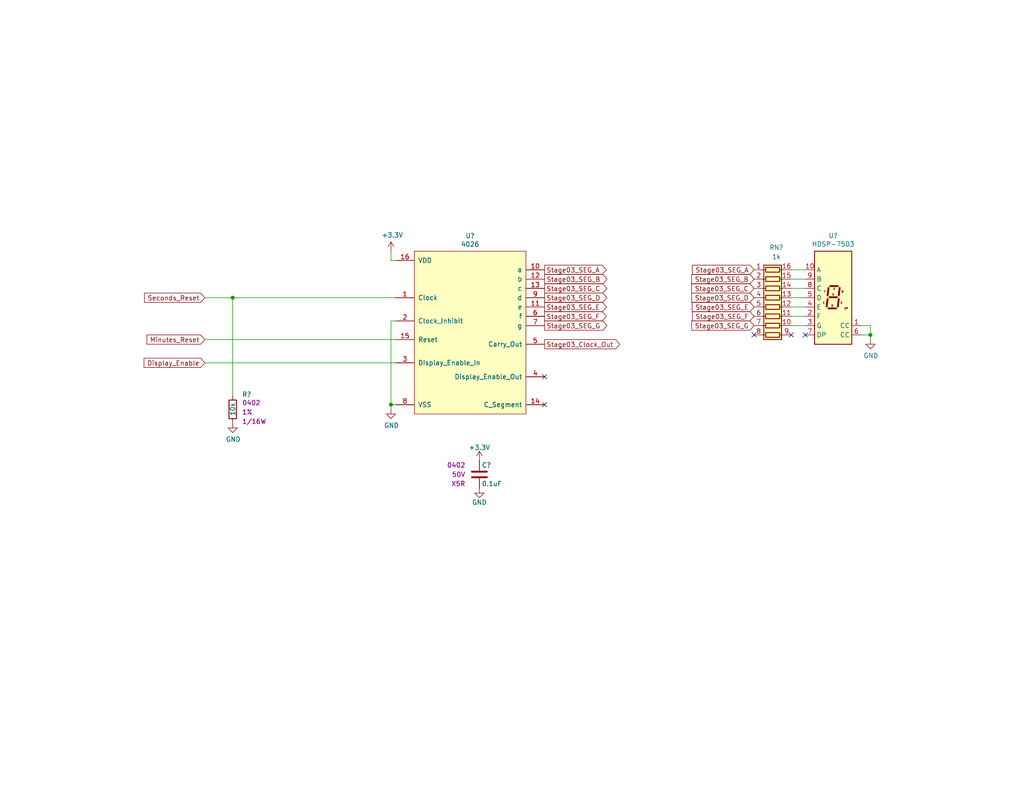
<source format=kicad_sch>
(kicad_sch (version 20230121) (generator eeschema)
  (paper "A")
  (title_block (title "Stopwatch") (date "2024-01-11") (rev "A") (company "Drew Maatman"))
  (lib_symbols
    (symbol "Custom_Library:4026" (pin_names (offset 1.016))
      (property "Reference" "U" (at 30.48 -43.18 0))
      (property "Value" "4026" (at 20.32 3.81 0))
      (symbol "4026_0_1"
        (rectangle (start 5.08 2.54) (end 35.56 -41.91) (fill (type background)))
      )
      (symbol "4026_1_1"
        (pin input line (at 0 -10.16 0) (length 5.08) (name "Clock") (number "1"))
        (pin output line (at 40.64 -2.54 180) (length 5.08) (name "a") (number "10"))
        (pin output line (at 40.64 -12.7 180) (length 5.08) (name "e") (number "11"))
        (pin output line (at 40.64 -5.08 180) (length 5.08) (name "b") (number "12"))
        (pin output line (at 40.64 -7.62 180) (length 5.08) (name "c") (number "13"))
        (pin output line (at 40.64 -39.37 180) (length 5.08) (name "C_Segment") (number "14"))
        (pin input line (at 0 -21.59 0) (length 5.08) (name "Reset") (number "15"))
        (pin power_in line (at 0 0 0) (length 5.08) (name "VDD") (number "16"))
        (pin input line (at 0 -16.51 0) (length 5.08) (name "Clock_Inhibit") (number "2"))
        (pin input line (at 0 -27.94 0) (length 5.08) (name "Display_Enable_In") (number "3"))
        (pin output line (at 40.64 -31.75 180) (length 5.08) (name "Display_Enable_Out") (number "4"))
        (pin output line (at 40.64 -22.86 180) (length 5.08) (name "Carry_Out") (number "5"))
        (pin output line (at 40.64 -15.24 180) (length 5.08) (name "f") (number "6"))
        (pin output line (at 40.64 -17.78 180) (length 5.08) (name "g") (number "7"))
        (pin power_in line (at 0 -39.37 0) (length 5.08) (name "VSS") (number "8"))
        (pin output line (at 40.64 -10.16 180) (length 5.08) (name "d") (number "9"))
      )
    )
    (symbol "Custom_Library:C_Custom" (pin_numbers hide) (pin_names (offset 0.254))
      (property "Reference" "C" (at 0.635 2.54 0))
      (property "Value" "C_Custom" (at 0.635 -2.54 0))
      (property "display_footprint" "Foot" (at -3.81 2.54 0))
      (property "Voltage" "V" (at -3.81 0 0))
      (property "Dielectric" "Er" (at -3.81 -2.54 0))
      (symbol "C_Custom_0_1"
        (polyline (pts (xy -2.032 -0.762) (xy 2.032 -0.762)) (stroke (width 0.508)))
        (polyline (pts (xy -2.032 0.762) (xy 2.032 0.762)) (stroke (width 0.508)))
      )
      (symbol "C_Custom_1_1"
        (pin passive line (at 0 3.81 270) (length 2.794) (name "~") (number "1"))
        (pin passive line (at 0 -3.81 90) (length 2.794) (name "~") (number "2"))
      )
    )
    (symbol "Custom_Library:R_Custom" (pin_numbers hide) (pin_names (offset 1.016) hide)
      (property "Reference" "R" (at -2.54 0 90))
      (property "Value" "R_Custom" (at 0 0 90))
      (property "display_footprint" "Foot" (at 2.54 0 90))
      (property "Tolerance" "Tol" (at 5.08 0 90))
      (property "Wattage" "W" (at 7.62 0 90))
      (symbol "R_Custom_0_1"
        (rectangle (start 1.016 2.54) (end -1.016 -2.54) (stroke (width 0.254)))
      )
      (symbol "R_Custom_1_1"
        (pin passive line (at 0 3.81 270) (length 1.27) (name "1") (number "1"))
        (pin passive line (at 0 -3.81 90) (length 1.27) (name "2") (number "2"))
      )
    )
    (symbol "Device:R_Pack08" (pin_names (offset 0) hide)
      (property "Reference" "RN" (at -12.7 0 90))
      (property "Value" "R_Pack08" (at 10.16 0 90))
      (symbol "R_Pack08_0_1"
        (rectangle (start -11.43 -2.413) (end 8.89 2.413) (stroke (width 0.254)) (fill (type background)))
        (rectangle (start -10.795 1.905) (end -9.525 -1.905) (stroke (width 0.254)))
        (rectangle (start -8.255 1.905) (end -6.985 -1.905) (stroke (width 0.254)))
        (rectangle (start -5.715 1.905) (end -4.445 -1.905) (stroke (width 0.254)))
        (rectangle (start -3.175 1.905) (end -1.905 -1.905) (stroke (width 0.254)))
        (rectangle (start -0.635 1.905) (end 0.635 -1.905) (stroke (width 0.254)))
        (polyline (pts (xy -10.16 -2.54) (xy -10.16 -1.905)))
        (polyline (pts (xy -10.16 1.905) (xy -10.16 2.54)))
        (polyline (pts (xy -7.62 -2.54) (xy -7.62 -1.905)))
        (polyline (pts (xy -7.62 1.905) (xy -7.62 2.54)))
        (polyline (pts (xy -5.08 -2.54) (xy -5.08 -1.905)))
        (polyline (pts (xy -5.08 1.905) (xy -5.08 2.54)))
        (polyline (pts (xy -2.54 -2.54) (xy -2.54 -1.905)))
        (polyline (pts (xy -2.54 1.905) (xy -2.54 2.54)))
        (polyline (pts (xy 0 -2.54) (xy 0 -1.905)))
        (polyline (pts (xy 0 1.905) (xy 0 2.54)))
        (polyline (pts (xy 2.54 -2.54) (xy 2.54 -1.905)))
        (polyline (pts (xy 2.54 1.905) (xy 2.54 2.54)))
        (polyline (pts (xy 5.08 -2.54) (xy 5.08 -1.905)))
        (polyline (pts (xy 5.08 1.905) (xy 5.08 2.54)))
        (polyline (pts (xy 7.62 -2.54) (xy 7.62 -1.905)))
        (polyline (pts (xy 7.62 1.905) (xy 7.62 2.54)))
        (rectangle (start 1.905 1.905) (end 3.175 -1.905) (stroke (width 0.254)))
        (rectangle (start 4.445 1.905) (end 5.715 -1.905) (stroke (width 0.254)))
        (rectangle (start 6.985 1.905) (end 8.255 -1.905) (stroke (width 0.254)))
      )
      (symbol "R_Pack08_1_1"
        (pin passive line (at -10.16 -5.08 90) (length 2.54) (name "R1.1") (number "1"))
        (pin passive line (at 5.08 5.08 270) (length 2.54) (name "R7.2") (number "10"))
        (pin passive line (at 2.54 5.08 270) (length 2.54) (name "R6.2") (number "11"))
        (pin passive line (at 0 5.08 270) (length 2.54) (name "R5.2") (number "12"))
        (pin passive line (at -2.54 5.08 270) (length 2.54) (name "R4.2") (number "13"))
        (pin passive line (at -5.08 5.08 270) (length 2.54) (name "R3.2") (number "14"))
        (pin passive line (at -7.62 5.08 270) (length 2.54) (name "R2.2") (number "15"))
        (pin passive line (at -10.16 5.08 270) (length 2.54) (name "R1.2") (number "16"))
        (pin passive line (at -7.62 -5.08 90) (length 2.54) (name "R2.1") (number "2"))
        (pin passive line (at -5.08 -5.08 90) (length 2.54) (name "R3.1") (number "3"))
        (pin passive line (at -2.54 -5.08 90) (length 2.54) (name "R4.1") (number "4"))
        (pin passive line (at 0 -5.08 90) (length 2.54) (name "R5.1") (number "5"))
        (pin passive line (at 2.54 -5.08 90) (length 2.54) (name "R6.1") (number "6"))
        (pin passive line (at 5.08 -5.08 90) (length 2.54) (name "R7.1") (number "7"))
        (pin passive line (at 7.62 -5.08 90) (length 2.54) (name "R8.1") (number "8"))
        (pin passive line (at 7.62 5.08 270) (length 2.54) (name "R8.2") (number "9"))
      )
    )
    (symbol "Display_Character:HDSP-7503"
      (property "Reference" "U" (at -3.81 13.97 0))
      (property "Value" "HDSP-7503" (at 6.35 13.97 0))
      (symbol "HDSP-7503_1_0"
        (text "A" (at 0.254 2.413 0) (effects (font (size 0.508 0.508))))
        (text "B" (at 2.54 1.651 0) (effects (font (size 0.508 0.508))))
        (text "C" (at 2.286 -1.397 0) (effects (font (size 0.508 0.508))))
        (text "D" (at -0.254 -2.159 0) (effects (font (size 0.508 0.508))))
        (text "DP" (at 3.556 -2.921 0) (effects (font (size 0.508 0.508))))
        (text "E" (at -2.54 -1.397 0) (effects (font (size 0.508 0.508))))
        (text "F" (at -2.286 1.651 0) (effects (font (size 0.508 0.508))))
        (text "G" (at 0 0.889 0) (effects (font (size 0.508 0.508))))
      )
      (symbol "HDSP-7503_1_1"
        (rectangle (start -5.08 12.7) (end 5.08 -12.7) (stroke (width 0.254)) (fill (type background)))
        (polyline (pts (xy -1.524 -0.381) (xy -1.778 -2.413)) (stroke (width 0.508)))
        (polyline (pts (xy -1.27 -2.921) (xy 0.762 -2.921)) (stroke (width 0.508)))
        (polyline (pts (xy -1.27 2.667) (xy -1.524 0.635)) (stroke (width 0.508)))
        (polyline (pts (xy -1.016 0.127) (xy 1.016 0.127)) (stroke (width 0.508)))
        (polyline (pts (xy -0.762 3.175) (xy 1.27 3.175)) (stroke (width 0.508)))
        (polyline (pts (xy 1.524 -0.381) (xy 1.27 -2.413)) (stroke (width 0.508)))
        (polyline (pts (xy 1.778 2.667) (xy 1.524 0.635)) (stroke (width 0.508)))
        (polyline (pts (xy 2.54 -2.921) (xy 2.54 -2.921)) (stroke (width 0.508)))
        (pin input line (at 7.62 -7.62 180) (length 2.54) (name "CC") (number "1"))
        (pin input line (at -7.62 7.62 0) (length 2.54) (name "A") (number "10"))
        (pin input line (at -7.62 -5.08 0) (length 2.54) (name "F") (number "2"))
        (pin input line (at -7.62 -7.62 0) (length 2.54) (name "G") (number "3"))
        (pin input line (at -7.62 -2.54 0) (length 2.54) (name "E") (number "4"))
        (pin input line (at -7.62 0 0) (length 2.54) (name "D") (number "5"))
        (pin input line (at 7.62 -10.16 180) (length 2.54) (name "CC") (number "6"))
        (pin input line (at -7.62 -10.16 0) (length 2.54) (name "DP") (number "7"))
        (pin input line (at -7.62 2.54 0) (length 2.54) (name "C") (number "8"))
        (pin input line (at -7.62 5.08 0) (length 2.54) (name "B") (number "9"))
      )
    )
    (symbol "power:+3.3V" (power) (pin_names (offset 0))
      (property "Value" "+3.3V" (at 0 3.556 0))
      (symbol "+3.3V_0_1"
        (polyline (pts (xy -0.762 1.27) (xy 0 2.54)))
        (polyline (pts (xy 0 0) (xy 0 2.54)))
        (polyline (pts (xy 0 2.54) (xy 0.762 1.27)))
      )
      (symbol "+3.3V_1_1"
        (pin power_in line (at 0 0 90) (length 0) hide (name "+3.3V") (number "1"))
      )
    )
    (symbol "power:GND" (power) (pin_names (offset 0))
      (property "Value" "GND" (at 0 -3.81 0))
      (symbol "GND_0_1"
        (polyline (pts (xy 0 0) (xy 0 -1.27) (xy 1.27 -1.27) (xy 0 -2.54) (xy -1.27 -1.27) (xy 0 -1.27)))
      )
      (symbol "GND_1_1"
        (pin power_in line (at 0 0 270) (length 0) hide (name "GND") (number "1"))
      )
    )
  )
  (junction (at 63.5 81.28))
  (junction (at 237.49 91.44))
  (junction (at 106.68 110.49))
  (no_connect (at 215.9 91.44))
  (no_connect (at 219.71 91.44))
  (no_connect (at 148.59 102.87))
  (no_connect (at 205.74 91.44))
  (no_connect (at 148.59 110.49))
  (wire (pts (xy 237.49 88.9) (xy 234.95 88.9)))
  (wire (pts (xy 55.88 92.71) (xy 107.95 92.71)))
  (wire (pts (xy 106.68 68.58) (xy 106.68 71.12)))
  (wire (pts (xy 215.9 88.9) (xy 219.71 88.9)))
  (wire (pts (xy 55.88 81.28) (xy 63.5 81.28)))
  (wire (pts (xy 237.49 91.44) (xy 237.49 88.9)))
  (wire (pts (xy 107.95 87.63) (xy 106.68 87.63)))
  (wire (pts (xy 215.9 86.36) (xy 219.71 86.36)))
  (wire (pts (xy 55.88 99.06) (xy 107.95 99.06)))
  (wire (pts (xy 106.68 110.49) (xy 107.95 110.49)))
  (wire (pts (xy 234.95 91.44) (xy 237.49 91.44)))
  (wire (pts (xy 63.5 81.28) (xy 63.5 107.95)))
  (wire (pts (xy 215.9 78.74) (xy 219.71 78.74)))
  (wire (pts (xy 215.9 73.66) (xy 219.71 73.66)))
  (wire (pts (xy 106.68 87.63) (xy 106.68 110.49)))
  (wire (pts (xy 215.9 76.2) (xy 219.71 76.2)))
  (wire (pts (xy 107.95 81.28) (xy 63.5 81.28)))
  (wire (pts (xy 106.68 71.12) (xy 107.95 71.12)))
  (wire (pts (xy 215.9 81.28) (xy 219.71 81.28)))
  (wire (pts (xy 106.68 111.76) (xy 106.68 110.49)))
  (wire (pts (xy 237.49 92.71) (xy 237.49 91.44)))
  (wire (pts (xy 215.9 83.82) (xy 219.71 83.82)))
  (global_label "Stage03_SEG_B" (shape input) (at 205.74 76.2 180) (property "Intersheetrefs" "${INTERSHEET_REFS}" (effects hide)))
  (global_label "Display_Enable" (shape input) (at 55.88 99.06 180) (property "Intersheetrefs" "${INTERSHEET_REFS}" (effects hide)))
  (global_label "Stage03_SEG_F" (shape output) (at 148.59 86.36 0) (property "Intersheetrefs" "${INTERSHEET_REFS}" (effects hide)))
  (global_label "Stage03_SEG_E" (shape output) (at 148.59 83.82 0) (property "Intersheetrefs" "${INTERSHEET_REFS}" (effects hide)))
  (global_label "Seconds_Reset" (shape input) (at 55.88 81.28 180) (property "Intersheetrefs" "${INTERSHEET_REFS}" (effects hide)))
  (global_label "Stage03_SEG_D" (shape output) (at 148.59 81.28 0) (property "Intersheetrefs" "${INTERSHEET_REFS}" (effects hide)))
  (global_label "Stage03_SEG_D" (shape input) (at 205.74 81.28 180) (property "Intersheetrefs" "${INTERSHEET_REFS}" (effects hide)))
  (global_label "Stage03_Clock_Out" (shape output) (at 148.59 93.98 0) (property "Intersheetrefs" "${INTERSHEET_REFS}" (effects hide)))
  (global_label "Stage03_SEG_G" (shape output) (at 148.59 88.9 0) (property "Intersheetrefs" "${INTERSHEET_REFS}" (effects hide)))
  (global_label "Stage03_SEG_C" (shape input) (at 205.74 78.74 180) (property "Intersheetrefs" "${INTERSHEET_REFS}" (effects hide)))
  (global_label "Stage03_SEG_E" (shape input) (at 205.74 83.82 180) (property "Intersheetrefs" "${INTERSHEET_REFS}" (effects hide)))
  (global_label "Stage03_SEG_A" (shape output) (at 148.59 73.66 0) (property "Intersheetrefs" "${INTERSHEET_REFS}" (effects hide)))
  (global_label "Minutes_Reset" (shape input) (at 55.88 92.71 180) (property "Intersheetrefs" "${INTERSHEET_REFS}" (effects hide)))
  (global_label "Stage03_SEG_B" (shape output) (at 148.59 76.2 0) (property "Intersheetrefs" "${INTERSHEET_REFS}" (effects hide)))
  (global_label "Stage03_SEG_F" (shape input) (at 205.74 86.36 180) (property "Intersheetrefs" "${INTERSHEET_REFS}" (effects hide)))
  (global_label "Stage03_SEG_C" (shape output) (at 148.59 78.74 0) (property "Intersheetrefs" "${INTERSHEET_REFS}" (effects hide)))
  (global_label "Stage03_SEG_A" (shape input) (at 205.74 73.66 180) (property "Intersheetrefs" "${INTERSHEET_REFS}" (effects hide)))
  (global_label "Stage03_SEG_G" (shape input) (at 205.74 88.9 180) (property "Intersheetrefs" "${INTERSHEET_REFS}" (effects hide)))
  (symbol (lib_id "power:GND") (at 237.49 92.71 0) (unit 1)
    (property "Reference" "#PWR?" (effects hide))
    (property "Value" "GND" (at 237.617 97.1042 0))
    (instances (project "Stopwatch" (path "" (reference "#PWR?") (unit 1)) (path "" (reference "#PWR0906") (unit 1))))
  )
  (symbol (lib_id "power:+3.3V") (at 106.68 68.58 0) (unit 1)
    (property "Reference" "#PWR?" (effects hide))
    (property "Value" "+3.3V" (at 107.061 64.1858 0))
    (instances (project "Stopwatch" (path "" (reference "#PWR?") (unit 1)) (path "" (reference "#PWR0902") (unit 1))))
  )
  (symbol (lib_id "power:GND") (at 63.5 115.57 0) (unit 1)
    (property "Reference" "#PWR?" (effects hide))
    (property "Value" "GND" (at 63.627 119.9642 0))
    (instances (project "Stopwatch" (path "" (reference "#PWR?") (unit 1)) (path "" (reference "#PWR0901") (unit 1))))
  )
  (symbol (lib_id "Custom_Library:4026") (at 107.95 71.12 0) (unit 1)
    (property "Reference" "U?" (at 128.27 64.389 0))
    (property "Value" "4026" (at 128.27 66.7004 0))
    (property "Footprint" "Housings_SSOP:TSSOP-16_4.4x5mm_Pitch0.65mm" (effects hide))
    (property "Digi-Key PN" "296-32878-5-ND" (effects hide))
    (instances (project "Stopwatch" (path "" (reference "U?") (unit 1)) (path "" (reference "U901") (unit 1))))
  )
  (symbol (lib_id "Display_Character:HDSP-7503") (at 227.33 81.28 0) (unit 1)
    (property "Reference" "U?" (at 227.33 64.3382 0))
    (property "Value" "HDSP-7503" (at 227.33 66.6496 0))
    (property "Footprint" "Display_7Segment:HDSP-A151" (effects hide))
    (property "Datasheet" "https://docs.broadcom.com/docs/AV02-2553EN" (effects hide))
    (property "Digi-Key PN" "516-1203-5-ND" (effects hide))
    (instances (project "Stopwatch" (path "" (reference "U?") (unit 1)) (path "" (reference "U902") (unit 1))))
  )
  (symbol (lib_id "Custom_Library:C_Custom") (at 130.81 129.54 0) (unit 1)
    (property "Reference" "C?" (at 131.445 127 0) (effects (justify left)))
    (property "Value" "0.1uF" (at 131.445 132.08 0) (effects (justify left)))
    (property "Footprint" "Capacitors_SMD:C_0402" (effects hide))
    (property "display_footprint" "0402" (at 127 127 0) (effects (justify right)))
    (property "Voltage" "50V" (at 127 129.54 0) (effects (justify right)))
    (property "Dielectric" "X5R" (at 127 132.08 0) (effects (justify right)))
    (property "Digi-Key PN" "490-10697-1-ND" (effects hide))
    (instances (project "Stopwatch" (path "" (reference "C?") (unit 1)) (path "" (reference "C901") (unit 1))))
  )
  (symbol (lib_id "Custom_Library:R_Custom") (at 63.5 111.76 0) (unit 1)
    (property "Reference" "R?" (at 66.04 107.696 0) (effects (justify left)))
    (property "Value" "10k" (at 63.5 113.538 90) (effects (justify left)))
    (property "Footprint" "Resistors_SMD:R_0402" (effects hide))
    (property "display_footprint" "0402" (at 66.04 109.982 0) (effects (justify left)))
    (property "Tolerance" "1%" (at 66.04 112.522 0) (effects (justify left)))
    (property "Wattage" "1/16W" (at 66.04 115.062 0) (effects (justify left)))
    (property "Digi-Key PN" "RMCF0402FT10K0CT-ND" (effects hide))
    (instances (project "Stopwatch" (path "" (reference "R?") (unit 1)) (path "" (reference "R901") (unit 1))))
  )
  (symbol (lib_id "Device:R_Pack08") (at 210.82 83.82 270) (unit 1)
    (property "Reference" "RN?" (at 211.836 67.564 90))
    (property "Value" "1k" (at 211.836 70.104 90))
    (property "Footprint" "Resistor_SMD:R_Cat16-8" (effects hide))
    (property "Digi-Key PN" "CAT16-102J8LFCT-ND" (effects hide))
    (instances (project "Stopwatch" (path "" (reference "RN?") (unit 1)) (path "" (reference "RN901") (unit 1))))
  )
  (symbol (lib_id "power:GND") (at 106.68 111.76 0) (unit 1)
    (property "Reference" "#PWR?" (effects hide))
    (property "Value" "GND" (at 106.807 116.1542 0))
    (instances (project "Stopwatch" (path "" (reference "#PWR?") (unit 1)) (path "" (reference "#PWR0903") (unit 1))))
  )
  (symbol (lib_id "power:GND") (at 130.81 133.35 0) (unit 1)
    (property "Reference" "#PWR?" (effects hide))
    (property "Value" "GND" (at 130.81 137.16 0))
    (instances (project "Stopwatch" (path "" (reference "#PWR?") (unit 1)) (path "" (reference "#PWR0905") (unit 1))))
  )
  (symbol (lib_id "power:+3.3V") (at 130.81 125.73 0) (unit 1)
    (property "Reference" "#PWR?" (effects hide))
    (property "Value" "+3.3V" (at 130.81 122.174 0))
    (instances (project "Stopwatch" (path "" (reference "#PWR?") (unit 1)) (path "" (reference "#PWR0904") (unit 1))))
  )
)
</source>
